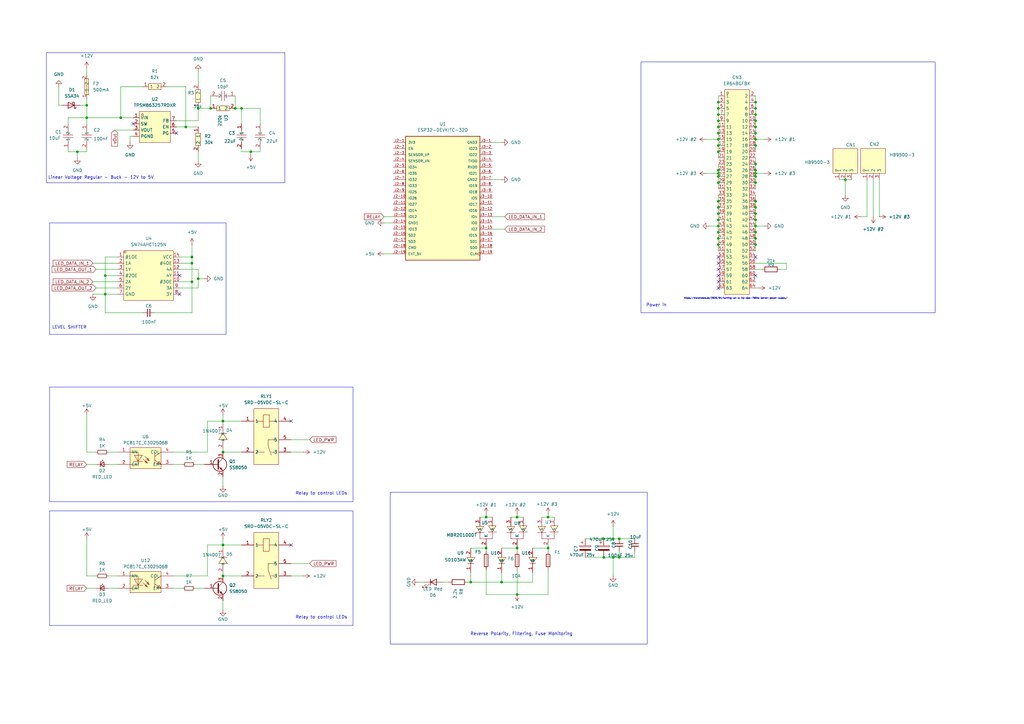
<source format=kicad_sch>
(kicad_sch (version 20231120) (generator "eeschema") (generator_version "8.0")
  (paper "A3")
  (title_block (company "Ryan Di Lorenzo"))
  (junction (at 254 228.6))
  (junction (at 193.04 238.76))
  (junction (at 91.44 172.72))
  (junction (at 294.64 41.91))
  (junction (at 96.52 44.45))
  (junction (at 309.88 97.79))
  (junction (at 309.88 59.69))
  (junction (at 81.28 44.45))
  (junction (at 91.44 185.42))
  (junction (at 294.64 49.53))
  (junction (at 91.44 223.52))
  (junction (at 43.18 113.03))
  (junction (at 309.88 95.25))
  (junction (at 205.74 238.76))
  (junction (at 294.64 100.33))
  (junction (at 294.64 71.12))
  (junction (at 86.36 44.45))
  (junction (at 49.53 48.26))
  (junction (at 76.2 52.07))
  (junction (at 78.74 105.41))
  (junction (at 346.71 73.66))
  (junction (at 43.18 120.65))
  (junction (at 309.88 90.17))
  (junction (at 247.65 220.98))
  (junction (at 309.88 92.71))
  (junction (at 294.64 97.79))
  (junction (at 294.64 59.69))
  (junction (at 251.46 228.6))
  (junction (at 294.64 57.15))
  (junction (at 309.88 87.63))
  (junction (at 199.39 212.09))
  (junction (at 31.75 62.23))
  (junction (at 35.56 43.18))
  (junction (at 294.64 74.93))
  (junction (at 309.88 49.53))
  (junction (at 294.64 72.39))
  (junction (at 212.09 243.84))
  (junction (at 247.65 228.6))
  (junction (at 294.64 69.85))
  (junction (at 78.74 115.57))
  (junction (at 309.88 69.85))
  (junction (at 294.64 52.07))
  (junction (at 294.64 54.61))
  (junction (at 309.88 82.55))
  (junction (at 102.87 62.23))
  (junction (at 309.88 41.91))
  (junction (at 212.09 224.79))
  (junction (at 294.64 85.09))
  (junction (at 251.46 220.98))
  (junction (at 294.64 87.63))
  (junction (at 35.56 48.26))
  (junction (at 81.28 114.3))
  (junction (at 254 220.98))
  (junction (at 294.64 92.71))
  (junction (at 294.64 46.99))
  (junction (at 309.88 72.39))
  (junction (at 99.06 44.45))
  (junction (at 294.64 82.55))
  (junction (at 309.88 67.31))
  (junction (at 91.44 236.22))
  (junction (at 224.79 212.09))
  (junction (at 294.64 62.23))
  (junction (at 78.74 107.95))
  (junction (at 309.88 57.15))
  (junction (at 294.64 95.25))
  (junction (at 294.64 90.17))
  (junction (at 212.09 212.09))
  (junction (at 309.88 44.45))
  (junction (at 309.88 74.93))
  (junction (at 294.64 44.45))
  (junction (at 199.39 224.79))
  (junction (at 309.88 54.61))
  (junction (at 309.88 85.09))
  (junction (at 309.88 46.99))
  (junction (at 309.88 52.07))
  (junction (at 309.88 71.12))
  (junction (at 309.88 100.33))
  (junction (at 224.79 224.79))
  (no_connect (at 73.66 113.03))
  (no_connect (at 309.88 105.41))
  (no_connect (at 294.64 115.57))
  (no_connect (at 294.64 110.49))
  (no_connect (at 119.38 172.72))
  (no_connect (at 119.38 223.52))
  (no_connect (at 294.64 118.11))
  (no_connect (at 294.64 107.95))
  (no_connect (at 73.66 120.65))
  (no_connect (at 54.61 50.8))
  (no_connect (at 294.64 113.03))
  (no_connect (at 72.39 54.61))
  (no_connect (at 294.64 105.41))
  (no_connect (at 309.88 113.03))
  (wire (pts (xy 289.56 71.12) (xy 294.64 71.12)))
  (wire (pts (xy 106.68 62.23) (xy 102.87 62.23)))
  (wire (pts (xy 294.64 62.23) (xy 294.64 64.77)))
  (wire (pts (xy 35.56 170.18) (xy 35.56 185.42)))
  (wire (pts (xy 96.52 44.45) (xy 99.06 44.45)))
  (wire (pts (xy 309.88 59.69) (xy 309.88 62.23)))
  (wire (pts (xy 294.64 67.31) (xy 294.64 69.85)))
  (wire (pts (xy 294.64 90.17) (xy 294.64 92.71)))
  (wire (pts (xy 224.79 212.09) (xy 227.33 212.09)))
  (wire (pts (xy 205.74 73.66) (xy 201.93 73.66)))
  (wire (pts (xy 91.44 223.52) (xy 99.06 223.52)))
  (wire (pts (xy 309.88 100.33) (xy 309.88 102.87)))
  (wire (pts (xy 39.37 110.49) (xy 48.26 110.49)))
  (wire (pts (xy 294.64 71.12) (xy 294.64 72.39)))
  (wire (pts (xy 78.74 107.95) (xy 78.74 105.41)))
  (wire (pts (xy 289.56 57.15) (xy 294.64 57.15)))
  (wire (pts (xy 294.64 92.71) (xy 294.64 95.25)))
  (wire (pts (xy 43.18 105.41) (xy 43.18 113.03)))
  (wire (pts (xy 44.45 236.22) (xy 48.26 236.22)))
  (wire (pts (xy 355.6 88.9) (xy 355.6 73.66)))
  (wire (pts (xy 353.06 88.9) (xy 355.6 88.9)))
  (wire (pts (xy 31.75 62.23) (xy 35.56 62.23)))
  (wire (pts (xy 251.46 215.9) (xy 251.46 220.98)))
  (wire (pts (xy 91.44 246.38) (xy 91.44 250.19)))
  (wire (pts (xy 240.03 228.6) (xy 247.65 228.6)))
  (wire (pts (xy 309.88 97.79) (xy 309.88 100.33)))
  (wire (pts (xy 73.66 110.49) (xy 81.28 110.49)))
  (wire (pts (xy 27.94 60.96) (xy 27.94 62.23)))
  (wire (pts (xy 44.45 190.5) (xy 48.26 190.5)))
  (wire (pts (xy 224.79 226.06) (xy 224.79 224.79)))
  (wire (pts (xy 44.45 241.3) (xy 48.26 241.3)))
  (wire (pts (xy 311.15 118.11) (xy 309.88 118.11)))
  (wire (pts (xy 193.04 238.76) (xy 205.74 238.76)))
  (wire (pts (xy 251.46 220.98) (xy 254 220.98)))
  (wire (pts (xy 91.44 223.52) (xy 91.44 224.79)))
  (wire (pts (xy 78.74 100.33) (xy 78.74 105.41)))
  (wire (pts (xy 254 228.6) (xy 260.35 228.6)))
  (wire (pts (xy 99.06 62.23) (xy 102.87 62.23)))
  (wire (pts (xy 27.94 48.26) (xy 27.94 50.8)))
  (wire (pts (xy 81.28 29.21) (xy 81.28 34.29)))
  (wire (pts (xy 72.39 49.53) (xy 81.28 49.53)))
  (wire (pts (xy 68.58 35.56) (xy 76.2 35.56)))
  (wire (pts (xy 294.64 41.91) (xy 294.64 44.45)))
  (wire (pts (xy 309.88 85.09) (xy 309.88 87.63)))
  (wire (pts (xy 294.64 54.61) (xy 294.64 57.15)))
  (wire (pts (xy 102.87 62.23) (xy 102.87 63.5)))
  (wire (pts (xy 91.44 184.15) (xy 91.44 185.42)))
  (wire (pts (xy 91.44 220.98) (xy 91.44 223.52)))
  (wire (pts (xy 251.46 228.6) (xy 251.46 236.22)))
  (wire (pts (xy 44.45 185.42) (xy 48.26 185.42)))
  (wire (pts (xy 294.64 82.55) (xy 294.64 85.09)))
  (wire (pts (xy 199.39 243.84) (xy 212.09 243.84)))
  (wire (pts (xy 91.44 234.95) (xy 91.44 236.22)))
  (wire (pts (xy 124.46 236.22) (xy 119.38 236.22)))
  (wire (pts (xy 127 180.34) (xy 119.38 180.34)))
  (wire (pts (xy 205.74 224.79) (xy 212.09 224.79)))
  (wire (pts (xy 24.13 43.18) (xy 25.4 43.18)))
  (wire (pts (xy 199.39 226.06) (xy 199.39 224.79)))
  (wire (pts (xy 191.77 238.76) (xy 193.04 238.76)))
  (wire (pts (xy 322.58 110.49) (xy 320.04 110.49)))
  (wire (pts (xy 251.46 228.6) (xy 254 228.6)))
  (wire (pts (xy 346.71 73.66) (xy 349.25 73.66)))
  (wire (pts (xy 72.39 52.07) (xy 76.2 52.07)))
  (wire (pts (xy 309.88 64.77) (xy 309.88 67.31)))
  (wire (pts (xy 294.64 46.99) (xy 294.64 49.53)))
  (wire (pts (xy 99.06 236.22) (xy 91.44 236.22)))
  (wire (pts (xy 46.99 53.34) (xy 54.61 53.34)))
  (wire (pts (xy 71.12 190.5) (xy 74.93 190.5)))
  (wire (pts (xy 99.06 185.42) (xy 91.44 185.42)))
  (wire (pts (xy 294.64 80.01) (xy 294.64 82.55)))
  (wire (pts (xy 294.64 74.93) (xy 294.64 77.47)))
  (wire (pts (xy 294.64 97.79) (xy 294.64 100.33)))
  (wire (pts (xy 309.88 67.31) (xy 309.88 69.85)))
  (wire (pts (xy 171.45 238.76) (xy 173.99 238.76)))
  (wire (pts (xy 212.09 212.09) (xy 209.55 212.09)))
  (wire (pts (xy 294.64 87.63) (xy 294.64 90.17)))
  (wire (pts (xy 309.88 92.71) (xy 309.88 95.25)))
  (wire (pts (xy 294.64 44.45) (xy 294.64 46.99)))
  (wire (pts (xy 199.39 210.82) (xy 199.39 212.09)))
  (wire (pts (xy 53.34 55.88) (xy 53.34 58.42)))
  (wire (pts (xy 205.74 238.76) (xy 218.44 238.76)))
  (wire (pts (xy 247.65 228.6) (xy 251.46 228.6)))
  (wire (pts (xy 81.28 114.3) (xy 81.28 118.11)))
  (wire (pts (xy 181.61 238.76) (xy 184.15 238.76)))
  (wire (pts (xy 309.88 87.63) (xy 309.88 90.17)))
  (wire (pts (xy 78.74 128.27) (xy 63.5 128.27)))
  (wire (pts (xy 309.88 107.95) (xy 322.58 107.95)))
  (wire (pts (xy 85.09 172.72) (xy 91.44 172.72)))
  (wire (pts (xy 309.88 71.12) (xy 309.88 72.39)))
  (wire (pts (xy 309.88 49.53) (xy 309.88 52.07)))
  (wire (pts (xy 35.56 185.42) (xy 39.37 185.42)))
  (wire (pts (xy 224.79 210.82) (xy 224.79 212.09)))
  (wire (pts (xy 85.09 223.52) (xy 91.44 223.52)))
  (wire (pts (xy 199.39 212.09) (xy 201.93 212.09)))
  (wire (pts (xy 71.12 241.3) (xy 74.93 241.3)))
  (wire (pts (xy 309.88 54.61) (xy 309.88 57.15)))
  (wire (pts (xy 309.88 69.85) (xy 309.88 71.12)))
  (wire (pts (xy 124.46 185.42) (xy 119.38 185.42)))
  (wire (pts (xy 294.64 100.33) (xy 294.64 102.87)))
  (wire (pts (xy 91.44 172.72) (xy 91.44 173.99)))
  (wire (pts (xy 35.56 48.26) (xy 35.56 50.8)))
  (wire (pts (xy 85.09 236.22) (xy 85.09 223.52)))
  (wire (pts (xy 33.02 43.18) (xy 35.56 43.18)))
  (wire (pts (xy 106.68 60.96) (xy 106.68 62.23)))
  (wire (pts (xy 35.56 27.94) (xy 35.56 30.48)))
  (wire (pts (xy 91.44 172.72) (xy 99.06 172.72)))
  (wire (pts (xy 207.01 88.9) (xy 201.93 88.9)))
  (wire (pts (xy 38.1 115.57) (xy 48.26 115.57)))
  (wire (pts (xy 27.94 62.23) (xy 31.75 62.23)))
  (wire (pts (xy 205.74 58.42) (xy 201.93 58.42)))
  (wire (pts (xy 309.88 92.71) (xy 313.69 92.71)))
  (wire (pts (xy 73.66 118.11) (xy 81.28 118.11)))
  (wire (pts (xy 78.74 107.95) (xy 78.74 115.57)))
  (wire (pts (xy 309.88 82.55) (xy 309.88 85.09)))
  (wire (pts (xy 205.74 234.95) (xy 205.74 238.76)))
  (wire (pts (xy 224.79 233.68) (xy 224.79 243.84)))
  (wire (pts (xy 81.28 110.49) (xy 81.28 114.3)))
  (wire (pts (xy 31.75 64.77) (xy 31.75 62.23)))
  (wire (pts (xy 218.44 234.95) (xy 218.44 238.76)))
  (wire (pts (xy 218.44 224.79) (xy 224.79 224.79)))
  (wire (pts (xy 48.26 113.03) (xy 43.18 113.03)))
  (wire (pts (xy 260.35 226.06) (xy 260.35 228.6)))
  (wire (pts (xy 81.28 44.45) (xy 81.28 49.53)))
  (wire (pts (xy 35.56 48.26) (xy 49.53 48.26)))
  (wire (pts (xy 85.09 185.42) (xy 85.09 172.72)))
  (wire (pts (xy 313.69 57.15) (xy 309.88 57.15)))
  (wire (pts (xy 76.2 52.07) (xy 81.28 52.07)))
  (wire (pts (xy 212.09 226.06) (xy 212.09 224.79)))
  (wire (pts (xy 254 226.06) (xy 254 228.6)))
  (wire (pts (xy 73.66 107.95) (xy 78.74 107.95)))
  (wire (pts (xy 294.64 52.07) (xy 294.64 54.61)))
  (wire (pts (xy 309.88 95.25) (xy 309.88 97.79)))
  (wire (pts (xy 224.79 243.84) (xy 212.09 243.84)))
  (wire (pts (xy 73.66 115.57) (xy 78.74 115.57)))
  (wire (pts (xy 35.56 60.96) (xy 35.56 62.23)))
  (wire (pts (xy 86.36 39.37) (xy 86.36 44.45)))
  (wire (pts (xy 81.28 44.45) (xy 86.36 44.45)))
  (wire (pts (xy 43.18 120.65) (xy 48.26 120.65)))
  (wire (pts (xy 38.1 107.95) (xy 48.26 107.95)))
  (wire (pts (xy 196.85 212.09) (xy 199.39 212.09)))
  (wire (pts (xy 294.64 95.25) (xy 294.64 97.79)))
  (wire (pts (xy 294.64 72.39) (xy 294.64 74.93)))
  (wire (pts (xy 91.44 195.58) (xy 91.44 199.39)))
  (wire (pts (xy 106.68 44.45) (xy 99.06 44.45)))
  (wire (pts (xy 309.88 44.45) (xy 309.88 46.99)))
  (wire (pts (xy 360.68 73.66) (xy 360.68 88.9)))
  (wire (pts (xy 39.37 118.11) (xy 48.26 118.11)))
  (wire (pts (xy 24.13 35.56) (xy 24.13 43.18)))
  (wire (pts (xy 322.58 107.95) (xy 322.58 110.49)))
  (wire (pts (xy 35.56 40.64) (xy 35.56 43.18)))
  (wire (pts (xy 91.44 170.18) (xy 91.44 172.72)))
  (wire (pts (xy 49.53 35.56) (xy 58.42 35.56)))
  (wire (pts (xy 294.64 85.09) (xy 294.64 87.63)))
  (wire (pts (xy 309.88 72.39) (xy 309.88 74.93)))
  (wire (pts (xy 35.56 236.22) (xy 39.37 236.22)))
  (wire (pts (xy 54.61 48.26) (xy 49.53 48.26)))
  (wire (pts (xy 294.64 59.69) (xy 294.64 62.23)))
  (wire (pts (xy 157.48 88.9) (xy 161.29 88.9)))
  (wire (pts (xy 240.03 220.98) (xy 247.65 220.98)))
  (wire (pts (xy 49.53 35.56) (xy 49.53 48.26)))
  (wire (pts (xy 78.74 115.57) (xy 78.74 128.27)))
  (wire (pts (xy 58.42 128.27) (xy 43.18 128.27)))
  (wire (pts (xy 27.94 48.26) (xy 35.56 48.26)))
  (wire (pts (xy 73.66 105.41) (xy 78.74 105.41)))
  (wire (pts (xy 127 231.14) (xy 119.38 231.14)))
  (wire (pts (xy 309.88 46.99) (xy 309.88 49.53)))
  (wire (pts (xy 38.1 120.65) (xy 43.18 120.65)))
  (wire (pts (xy 247.65 220.98) (xy 251.46 220.98)))
  (wire (pts (xy 309.88 39.37) (xy 309.88 41.91)))
  (wire (pts (xy 212.09 233.68) (xy 212.09 243.84)))
  (wire (pts (xy 193.04 234.95) (xy 193.04 238.76)))
  (wire (pts (xy 309.88 41.91) (xy 309.88 44.45)))
  (wire (pts (xy 193.04 224.79) (xy 199.39 224.79)))
  (wire (pts (xy 35.56 190.5) (xy 39.37 190.5)))
  (wire (pts (xy 358.14 73.66) (xy 358.14 88.9)))
  (wire (pts (xy 76.2 35.56) (xy 76.2 52.07)))
  (wire (pts (xy 309.88 90.17) (xy 309.88 92.71)))
  (wire (pts (xy 309.88 74.93) (xy 309.88 77.47)))
  (wire (pts (xy 294.64 49.53) (xy 294.64 52.07)))
  (wire (pts (xy 71.12 236.22) (xy 85.09 236.22)))
  (wire (pts (xy 294.64 69.85) (xy 294.64 71.12)))
  (wire (pts (xy 212.09 210.82) (xy 212.09 212.09)))
  (wire (pts (xy 83.82 114.3) (xy 81.28 114.3)))
  (wire (pts (xy 290.83 92.71) (xy 294.64 92.71)))
  (wire (pts (xy 99.06 62.23) (xy 99.06 60.96)))
  (wire (pts (xy 294.64 57.15) (xy 294.64 59.69)))
  (wire (pts (xy 344.17 73.66) (xy 346.71 73.66)))
  (wire (pts (xy 71.12 185.42) (xy 85.09 185.42)))
  (wire (pts (xy 48.26 105.41) (xy 43.18 105.41)))
  (wire (pts (xy 43.18 128.27) (xy 43.18 120.65)))
  (wire (pts (xy 96.52 39.37) (xy 96.52 44.45)))
  (wire (pts (xy 199.39 233.68) (xy 199.39 243.84)))
  (wire (pts (xy 35.56 220.98) (xy 35.56 236.22)))
  (wire (pts (xy 80.01 241.3) (xy 83.82 241.3)))
  (wire (pts (xy 81.28 62.23) (xy 81.28 66.04)))
  (wire (pts (xy 54.61 55.88) (xy 53.34 55.88)))
  (wire (pts (xy 309.88 52.07) (xy 309.88 54.61)))
  (wire (pts (xy 346.71 73.66) (xy 346.71 80.01)))
  (wire (pts (xy 222.25 212.09) (xy 224.79 212.09)))
  (wire (pts (xy 80.01 190.5) (xy 83.82 190.5)))
  (wire (pts (xy 43.18 113.03) (xy 43.18 120.65)))
  (wire (pts (xy 157.48 104.14) (xy 161.29 104.14)))
  (wire (pts (xy 309.88 71.12) (xy 313.69 71.12)))
  (wire (pts (xy 254 220.98) (xy 260.35 220.98)))
  (wire (pts (xy 35.56 43.18) (xy 35.56 48.26)))
  (wire (pts (xy 309.88 80.01) (xy 309.88 82.55)))
  (wire (pts (xy 106.68 50.8) (xy 106.68 44.45)))
  (wire (pts (xy 212.09 212.09) (xy 214.63 212.09)))
  (wire (pts (xy 294.64 39.37) (xy 294.64 41.91)))
  (wire (pts (xy 309.88 57.15) (xy 309.88 59.69)))
  (wire (pts (xy 99.06 44.45) (xy 99.06 50.8)))
  (wire (pts (xy 35.56 241.3) (xy 39.37 241.3)))
  (wire (pts (xy 157.48 91.44) (xy 161.29 91.44)))
  (wire (pts (xy 201.93 93.98) (xy 207.01 93.98)))
  (wire (pts (xy 312.42 110.49) (xy 309.88 110.49)))
  (rectangle (start 20.32 91.44) (end 92.71 137.16))
  (rectangle (start 20.32 209.55) (end 144.78 256.54))
  (rectangle (start 19.05 21.59) (end 116.84 74.93))
  (rectangle (start 20.32 158.75) (end 144.78 205.74))
  (rectangle (start 262.89 25.4) (end 383.54 128.27))
  (rectangle (start 160.02 201.93) (end 265.43 264.16))
  (text "Relay to control LEDs" (at 131.826 202.438 0) (effects (font (size 1.27 1.27))))
  (text "https://makenotes.de/2020/04/turning-on-a-hp-dps-750rb-server-power-supply/" (at 301.752 122.428 0) (effects (font (size 0.635 0.635))))
  (text "LEVEL SHIFTER\n" (at 28.448 134.366 0) (effects (font (size 1.27 1.27))))
  (text "Linear Voltage Regular - Buck - 12V to 5V" (at 41.402 72.898 0) (effects (font (size 1.27 1.27))))
  (text "Power in" (at 269.24 125.222 0) (effects (font (size 1.27 1.27))))
  (text "Relay to control LEDs" (at 131.826 253.238 0) (effects (font (size 1.27 1.27))))
  (text "Reverse Polarity, Filtering, Fuse Monitoring\n" (at 213.868 260.096 0) (effects (font (size 1.27 1.27))))
  (global_label "RELAY" (shape input) (at 35.56 241.3 180) (property "Intersheetrefs" "${INTERSHEET_REFS}" (effects (hide yes))))
  (global_label "LED_DATA_OUT_2" (shape input) (at 39.37 118.11 180) (property "Intersheetrefs" "${INTERSHEET_REFS}" (effects (hide yes))))
  (global_label "LED_PWR" (shape input) (at 127 180.34 0) (property "Intersheetrefs" "${INTERSHEET_REFS}" (effects (hide yes))))
  (global_label "LED_DATA_IN_2" (shape input) (at 38.1 115.57 180) (property "Intersheetrefs" "${INTERSHEET_REFS}" (effects (hide yes))))
  (global_label "LED_DATA_IN_2" (shape input) (at 207.01 93.98 0) (property "Intersheetrefs" "${INTERSHEET_REFS}" (effects (hide yes))))
  (global_label "vOut" (shape input) (at 46.99 53.34 270) (property "Intersheetrefs" "${INTERSHEET_REFS}" (effects (hide yes))))
  (global_label "RELAY" (shape input) (at 35.56 190.5 180) (property "Intersheetrefs" "${INTERSHEET_REFS}" (effects (hide yes))))
  (global_label "RELAY" (shape input) (at 157.48 88.9 180) (property "Intersheetrefs" "${INTERSHEET_REFS}" (effects (hide yes))))
  (global_label "LED_PWR" (shape input) (at 127 231.14 0) (property "Intersheetrefs" "${INTERSHEET_REFS}" (effects (hide yes))))
  (global_label "LED_DATA_OUT_1" (shape input) (at 39.37 110.49 180) (property "Intersheetrefs" "${INTERSHEET_REFS}" (effects (hide yes))))
  (global_label "LED_DATA_IN_1" (shape input) (at 38.1 107.95 180) (property "Intersheetrefs" "${INTERSHEET_REFS}" (effects (hide yes))))
  (global_label "LED_DATA_IN_1" (shape input) (at 207.01 88.9 0) (property "Intersheetrefs" "${INTERSHEET_REFS}" (effects (hide yes))))
  (symbol (lib_id "power:+12V") (at 311.15 118.11 270) (unit 1)
    (property "Reference" "#PWR026" (effects (hide yes)))
    (property "Value" "+12V" (at 314.96 118.1099 90) (effects (justify left)))
    (property "Description" "Power symbol creates a global label with name \"+12V\"" (effects (hide yes)))
  )
  (symbol (lib_id "easyeda2kicad:WR04X3002FTL") (at 81.28 57.15 270) (unit 1)
    (property "Reference" "R2" (at 83.82 55.8799 90) (effects (justify left)))
    (property "Value" "30k" (at 83.82 58.4199 90) (effects (justify left)))
    (property "Footprint" "easyeda2kicad:R0402" (effects (hide yes)))
    (property "Datasheet" "https://lcsc.com/product-detail/Chip-Resistor-Surface-Mount_30KR-3002-1_C163823.html" (effects (hide yes)))
    (property "LCSC Part" "C163823" (effects (hide yes)))
  )
  (symbol (lib_id "power:+12V") (at 212.09 210.82 0) (unit 1)
    (property "Reference" "#PWR032" (effects (hide yes)))
    (property "Value" "+12V #2" (at 211.328 207.01 0))
    (property "Description" "Power symbol creates a global label with name \"+12V\"" (effects (hide yes)))
  )
  (symbol (lib_id "easyeda2kicad:FRC0402J623TS") (at 63.5 35.56 0) (unit 1)
    (property "Reference" "R1" (at 63.5 29.21 0))
    (property "Value" "62k" (at 63.5 31.75 0))
    (property "Footprint" "easyeda2kicad:R0402" (effects (hide yes)))
    (property "LCSC Part" "C2929930" (effects (hide yes)))
  )
  (symbol (lib_id "Device:LED") (at 177.8 238.76 0) (unit 1)
    (property "Reference" "D6" (at 177.546 244.094 0))
    (property "Value" "LED Red" (at 177.546 241.554 0))
    (property "Footprint" "Custom_footprint:LED_D3.0mm_Horizontal_O6.35mm_Z10.0mm" (effects (hide yes)))
    (property "Description" "Light emitting diode" (effects (hide yes)))
  )
  (symbol (lib_id "Device:C_Polarized") (at 240.03 224.79 0) (unit 1)
    (property "Reference" "C7" (at 236.22 225.044 90))
    (property "Value" "470uF 25v" (at 238.76 227.584 0))
    (property "Footprint" "Capacitor_THT:CP_Radial_D8.0mm_P3.50mm" (effects (hide yes)))
    (property "Description" "Polarized capacitor" (effects (hide yes)))
    (property "LCSC Part" "C2960234" (effects (hide yes)))
  )
  (symbol (lib_id "easyeda2kicad:HB9500-3") (at 346.71 67.31 90) (unit 1)
    (property "Reference" "CN1" (at 346.964 59.436 90) (effects (justify right)))
    (property "Value" "HB9500-3" (at 329.946 66.548 90) (effects (justify right)))
    (property "Footprint" "easyeda2kicad:CONN-TH_3P-P9.50_HB9500-9.5-3P" (effects (hide yes)))
    (property "Datasheet" "https://lcsc.com/product-detail/Terminal-Blocks_Terminals-pitch9-5MM-3P_C162697.html" (effects (hide yes)))
    (property "LCSC Part" "C162697" (effects (hide yes)))
  )
  (symbol (lib_id "Device:Fuse") (at 212.09 229.87 0) (unit 1)
    (property "Reference" "F6" (at 208.28 229.108 0) (effects (justify left)))
    (property "Value" "10A" (at 209.804 236.22 0) (effects (justify left)))
    (property "Footprint" "Custom_footprint:Ebay-Fuse-holder-04mmX15mm-black-auto-fuse-dingus" (effects (hide yes)))
    (property "Description" "Fuse https://www.aliexpress.com/item/33046363182.html?aff_fcid=27f0e0a0b700496bbda647752beed212-1654215773694-03622-_9iUXVp&tt=CPS_NORMAL&aff_fsk=_9iUXVp&afSmartRedirect=y&aff_fcid=e5dba592f4134194b19f09bf35b90000-1724109345417-07103-_9IbWU1&tt=CPS_NORMAL&aff_fsk=_9IbWU1&aff_platform=portals-tool&aff_trace_key=e5dba592f4134194b19f09bf35b90000-1724109345417-07103-_9IbWU1&afSmartRedirect=y" (effects (hide yes)))
  )
  (symbol (lib_id "easyeda2kicad:SMD1206B050TF_15") (at 35.56 35.56 90) (unit 1)
    (property "Reference" "F2" (at 38.1 34.2899 90) (effects (justify right)))
    (property "Value" "500mA" (at 38.1 36.8299 90) (effects (justify right)))
    (property "Footprint" "easyeda2kicad:F1206" (effects (hide yes)))
    (property "Datasheet" "https://lcsc.com/product-detail/Surface-Mount-Fuses_0-5A-15V_C170165.html" (effects (hide yes)))
    (property "LCSC Part" "C170165" (effects (hide yes)))
  )
  (symbol (lib_id "Device:C_Small") (at 260.35 223.52 0) (unit 1)
    (property "Reference" "C10" (at 258.572 225.298 90) (effects (justify left)))
    (property "Value" "10uF" (at 258.318 220.218 0) (effects (justify left)))
    (property "Footprint" "Capacitor_SMD:C_0603_1608Metric" (effects (hide yes)))
    (property "Description" "Unpolarized capacitor, small symbol" (effects (hide yes)))
    (property "LCSC Part" "C466782" (effects (hide yes)))
  )
  (symbol (lib_id "power:GND") (at 157.48 91.44 270) (unit 1)
    (property "Reference" "#PWR09" (effects (hide yes)))
    (property "Value" "GND" (at 153.67 91.4399 90) (effects (justify right)))
    (property "Description" "Power symbol creates a global label with name \"GND\" , ground" (effects (hide yes)))
  )
  (symbol (lib_id "power:+5V") (at 35.56 170.18 0) (unit 1)
    (property "Reference" "#PWR017" (effects (hide yes)))
    (property "Value" "+5V" (at 35.56 166.37 0))
  )
  (symbol (lib_id "power:+12V") (at 313.69 57.15 270) (unit 1)
    (property "Reference" "#PWR029" (effects (hide yes)))
    (property "Value" "+12V #1" (at 317.5 57.1499 90) (effects (justify left)))
    (property "Description" "Power symbol creates a global label with name \"+12V\"" (effects (hide yes)))
  )
  (symbol (lib_id "easyeda2kicad:SD103AW_C5345965") (at 205.74 229.87 90) (unit 1)
    (property "Reference" "U10" (at 201.168 226.822 90) (effects (justify right)))
    (property "Value" "SD103AW" (effects (hide yes)))
    (property "Footprint" "easyeda2kicad:SOD-123_L2.8-W1.8-LS3.7-RD" (effects (hide yes)))
    (property "LCSC Part" "C5345965" (effects (hide yes)))
  )
  (symbol (lib_id "power:+12V") (at 251.46 215.9 0) (unit 1)
    (property "Reference" "#PWR021" (effects (hide yes)))
    (property "Value" "+12V" (at 251.46 210.82 0))
    (property "Description" "Power symbol creates a global label with name \"+12V\"" (effects (hide yes)))
  )
  (symbol (lib_id "easyeda2kicad:1N4007_C727081") (at 91.44 179.07 270) (unit 1)
    (property "Reference" "D4" (at 92.71 176.53 90) (effects (justify left)))
    (property "Value" "1N4007" (at 83.058 176.784 90) (effects (justify left)))
    (property "Footprint" "easyeda2kicad:SMA_L4.3-W2.5-LS5.0-RD" (effects (hide yes)))
    (property "Datasheet" "https://lcsc.com/product-detail/Diodes-General-Purpose_TWGMC-1N4007_C727081.html" (effects (hide yes)))
    (property "LCSC Part" "C727081" (effects (hide yes)))
  )
  (symbol (lib_id "Device:R") (at 187.96 238.76 270) (unit 1)
    (property "Reference" "R8" (at 189.2301 241.3 0) (effects (justify left)))
    (property "Value" "2.2k" (at 186.6901 241.3 0) (effects (justify left)))
    (property "Footprint" "Resistor_SMD:R_0603_1608Metric" (effects (hide yes)))
    (property "Description" "Resistor" (effects (hide yes)))
    (property "LCSC Part" "C328351" (effects (hide yes)))
  )
  (symbol (lib_id "power:+12V") (at 224.79 210.82 0) (unit 1)
    (property "Reference" "#PWR034" (effects (hide yes)))
    (property "Value" "+12V #3" (at 224.282 206.756 0))
    (property "Description" "Power symbol creates a global label with name \"+12V\"" (effects (hide yes)))
  )
  (symbol (lib_id "easyeda2kicad:CL10A226MQ8NRNE") (at 106.68 55.88 90) (unit 1)
    (property "Reference" "C4" (at 110.236 54.61 90) (effects (justify right)))
    (property "Value" "22uF" (at 109.22 57.912 90) (effects (justify right)))
    (property "Footprint" "easyeda2kicad:C0603" (effects (hide yes)))
    (property "Datasheet" "https://lcsc.com/product-detail/Multilayer-Ceramic-Capacitors-MLCC-SMD-SMT_SAMSUNG_CL10A226MQ8NRNE_22uF-226-20-6-3V_C159801.html" (effects (hide yes)))
    (property "LCSC Part" "C159801" (effects (hide yes)))
  )
  (symbol (lib_id "easyeda2kicad:PC817C_C3025068") (at 60.96 238.76 0) (unit 1)
    (property "Reference" "U12" (at 59.69 229.87 0))
    (property "Value" "PC817C_C3025068" (at 59.69 232.41 0))
    (property "Footprint" "easyeda2kicad:DIP-4_L4.6-W6.5-P2.54-LS7.6-BL" (effects (hide yes)))
    (property "LCSC Part" "C3025068" (effects (hide yes)))
  )
  (symbol (lib_id "power:+12V") (at 212.09 243.84 180) (unit 1)
    (property "Reference" "#PWR036" (effects (hide yes)))
    (property "Value" "+12V" (at 212.09 248.92 0))
    (property "Description" "Power symbol creates a global label with name \"+12V\"" (effects (hide yes)))
  )
  (symbol (lib_id "Device:C_Small") (at 60.96 128.27 90) (unit 1)
    (property "Reference" "C6" (at 60.96 125.476 90))
    (property "Value" "100nF" (at 61.214 132.08 90))
    (property "Footprint" "Capacitor_SMD:C_0402_1005Metric" (effects (hide yes)))
    (property "Description" "Unpolarized capacitor, small symbol" (effects (hide yes)))
  )
  (symbol (lib_id "power:+12V") (at 358.14 88.9 180) (unit 1)
    (property "Reference" "#PWR027" (effects (hide yes)))
    (property "Value" "+12V #2" (at 358.14 93.98 0))
    (property "Description" "Power symbol creates a global label with name \"+12V\"" (effects (hide yes)))
  )
  (symbol (lib_id "easyeda2kicad:CL10A106MQ8NNNC") (at 27.94 55.88 90) (unit 1)
    (property "Reference" "C1" (at 22.606 54.102 90) (effects (justify right)))
    (property "Value" "10uF" (at 20.066 56.642 90) (effects (justify right)))
    (property "Footprint" "easyeda2kicad:C0603" (effects (hide yes)))
    (property "Datasheet" "https://lcsc.com/product-detail/Multilayer-Ceramic-Capacitors-MLCC-SMD-SMT_SAMSUNG_CL10A106MQ8NNNC_10uF-106-20-6-3V_C1691.html" (effects (hide yes)))
    (property "LCSC Part" "C1691" (effects (hide yes)))
  )
  (symbol (lib_id "power:GND") (at 53.34 58.42 0) (unit 1)
    (property "Reference" "#PWR06" (effects (hide yes)))
    (property "Value" "GND" (at 53.34 63.5 0))
    (property "Description" "Power symbol creates a global label with name \"GND\" , ground" (effects (hide yes)))
  )
  (symbol (lib_id "Device:C_Small") (at 254 223.52 0) (unit 1)
    (property "Reference" "C8" (at 251.714 223.52 90))
    (property "Value" "100nF 25v" (at 254.508 227.838 0))
    (property "Footprint" "Capacitor_SMD:C_0402_1005Metric" (effects (hide yes)))
    (property "Description" "Unpolarized capacitor, small symbol" (effects (hide yes)))
    (property "LCSC Part" "C880603" (effects (hide yes)))
  )
  (symbol (lib_id "easyeda2kicad:SD103AW_C5345965") (at 193.04 229.87 90) (unit 1)
    (property "Reference" "U9" (at 187.452 226.822 90) (effects (justify right)))
    (property "Value" "SD103AW" (at 182.372 229.616 90) (effects (justify right)))
    (property "Footprint" "easyeda2kicad:SOD-123_L2.8-W1.8-LS3.7-RD" (effects (hide yes)))
    (property "LCSC Part" "C5345965" (effects (hide yes)))
  )
  (symbol (lib_id "Device:Q_NPN_BEC") (at 88.9 241.3 0) (unit 1)
    (property "Reference" "Q2" (at 93.98 240.03 0) (effects (justify left)))
    (property "Value" "SS8050" (at 93.98 242.57 0) (effects (justify left)))
    (property "Footprint" "Package_TO_SOT_SMD:SOT-23" (effects (hide yes)))
    (property "LCSC" "C431710" (effects (hide yes)))
  )
  (symbol (lib_id "easyeda2kicad:HPCR0402F220KK9") (at 91.44 44.45 0) (unit 1)
    (property "Reference" "U3" (at 92.7101 46.99 90) (effects (justify right)))
    (property "Value" "220k" (at 90.1701 46.99 90) (effects (justify right)))
    (property "Footprint" "easyeda2kicad:R0402" (effects (hide yes)))
    (property "Datasheet" "https://lcsc.com/product-detail/High-power-surface-mount-resistance_ResistorToday-HPCR0402F220KK9_C364970.html" (effects (hide yes)))
    (property "LCSC Part" "C364970" (effects (hide yes)))
  )
  (symbol (lib_id "easyeda2kicad:SRD-05VDC-SL-C") (at 109.22 229.87 180) (unit 1)
    (property "Reference" "RLY2" (at 109.22 213.36 0))
    (property "Value" "SRD-05VDC-SL-C" (at 109.22 215.9 0))
    (property "Footprint" "easyeda2kicad:RELAY-TH_SRD-XXVDC-XL-C" (effects (hide yes)))
    (property "Datasheet" "https://lcsc.com/product-detail/Relays_SRD-05VDC-SL-C_C35449.html" (effects (hide yes)))
    (property "LCSC Part" "C35449" (effects (hide yes)))
  )
  (symbol (lib_id "Device:D_Schottky") (at 29.21 43.18 180) (unit 1)
    (property "Reference" "D1" (at 29.5275 36.83 0))
    (property "Value" "SSA34" (at 29.5275 39.37 0))
    (property "Footprint" "Diode_SMD:D_SMA" (effects (hide yes)))
    (property "Description" "Schottky diode" (effects (hide yes)))
    (property "LCSC Part" "C5563753" (effects (hide yes)))
  )
  (symbol (lib_id "easyeda2kicad:SRD-05VDC-SL-C") (at 109.22 179.07 180) (unit 1)
    (property "Reference" "RLY1" (at 109.22 162.56 0))
    (property "Value" "SRD-05VDC-SL-C" (at 109.22 165.1 0))
    (property "Footprint" "easyeda2kicad:RELAY-TH_SRD-XXVDC-XL-C" (effects (hide yes)))
    (property "Datasheet" "https://lcsc.com/product-detail/Relays_SRD-05VDC-SL-C_C35449.html" (effects (hide yes)))
    (property "LCSC Part" "C35449" (effects (hide yes)))
  )
  (symbol (lib_id "power:GND") (at 346.71 80.01 0) (unit 1)
    (property "Reference" "#PWR012" (effects (hide yes)))
    (property "Value" "GND" (at 346.71 85.09 0))
    (property "Description" "Power symbol creates a global label with name \"GND\" , ground" (effects (hide yes)))
  )
  (symbol (lib_id "easyeda2kicad:SN74AHCT125N") (at 60.96 113.03 0) (unit 1)
    (property "Reference" "U4" (at 60.96 97.79 0))
    (property "Value" "SN74AHCT125N" (at 60.96 100.33 0))
    (property "Footprint" "easyeda2kicad:PDIP-14_L19.3-W6.4-P2.54-LS7.6-BL" (effects (hide yes)))
    (property "Datasheet" "https://lcsc.com/product-detail/Others_Texas-Instruments-TI-SN74AHCT125N_C354152.html" (effects (hide yes)))
    (property "LCSC Part" "C354152" (effects (hide yes)))
  )
  (symbol (lib_id "easyeda2kicad:TCC0402COG100K500AT") (at 91.44 39.37 180) (unit 1)
    (property "Reference" "C5" (at 91.44 33.02 0))
    (property "Value" "10pF" (at 91.44 35.56 0))
    (property "Footprint" "easyeda2kicad:C0402" (effects (hide yes)))
    (property "Datasheet" "https://lcsc.com/product-detail/Multilayer-Ceramic-Capacitors-MLCC-SMD-SMT_CCTC-TCC0402COG100K500AT_C713505.html" (effects (hide yes)))
    (property "LCSC Part" "C713505" (effects (hide yes)))
  )
  (symbol (lib_id "power:+5V") (at 102.87 63.5 180) (unit 1)
    (property "Reference" "#PWR07" (effects (hide yes)))
    (property "Value" "+5V" (at 102.87 68.58 0))
    (property "Description" "Power symbol creates a global label with name \"+5V\"" (effects (hide yes)))
  )
  (symbol (lib_id "Device:R_Small") (at 41.91 236.22 270) (unit 1)
    (property "Reference" "R6" (at 41.91 231.14 90))
    (property "Value" "1K" (at 41.91 233.68 90))
    (property "Footprint" "Resistor_SMD:R_0402_1005Metric" (effects (hide yes)))
    (property "LCSC Part" "C11702" (effects (hide yes)))
  )
  (symbol (lib_id "power:GND") (at 91.44 199.39 0) (unit 1)
    (property "Reference" "#PWR019" (effects (hide yes)))
    (property "Value" "GND" (at 91.44 203.2 0))
  )
  (symbol (lib_id "Device:LED_Small") (at 41.91 241.3 0) (unit 1)
    (property "Reference" "D3" (at 41.91 243.84 0))
    (property "Value" "RED_LED" (at 41.91 246.38 0))
    (property "Footprint" "LED_SMD:LED_0805_2012Metric_Pad1.15x1.40mm_HandSolder" (effects (hide yes)))
  )
  (symbol (lib_id "easyeda2kicad:ER64BGFBK") (at 302.26 78.74 0) (unit 1)
    (property "Reference" "CN3" (at 302.26 31.75 0))
    (property "Value" "ER64BGFBK" (at 302.26 34.29 0))
    (property "Footprint" "easyeda2kicad:CONN-TH_64P-P2.54_ER64BGFBK" (effects (hide yes)))
    (property "LCSC Part" "C5173350" (effects (hide yes)))
  )
  (symbol (lib_id "easyeda2kicad:CGA0402X7R104K160GT") (at 35.56 55.88 270) (unit 1)
    (property "Reference" "C2" (at 38.354 53.34 90) (effects (justify left)))
    (property "Value" "100nF" (at 38.354 56.896 90) (effects (justify left)))
    (property "Footprint" "easyeda2kicad:C0402" (effects (hide yes)))
    (property "LCSC Part" "C6119799" (effects (hide yes)))
  )
  (symbol (lib_id "power:+12V") (at 360.68 88.9 270) (unit 1)
    (property "Reference" "#PWR028" (effects (hide yes)))
    (property "Value" "+12V #3" (at 364.49 88.8999 90) (effects (justify left)))
    (property "Description" "Power symbol creates a global label with name \"+12V\"" (effects (hide yes)))
  )
  (symbol (lib_id "easyeda2kicad:SD103AW_C5345965") (at 218.44 229.87 90) (unit 1)
    (property "Reference" "U11" (at 213.868 226.822 90) (effects (justify right)))
    (property "Value" "SD103AW" (effects (hide yes)))
    (property "Footprint" "easyeda2kicad:SOD-123_L2.8-W1.8-LS3.7-RD" (effects (hide yes)))
    (property "LCSC Part" "C5345965" (effects (hide yes)))
  )
  (symbol (lib_id "power:GND") (at 205.74 73.66 90) (unit 1)
    (property "Reference" "#PWR011" (effects (hide yes)))
    (property "Value" "GND" (at 209.55 73.6599 90) (effects (justify right)))
    (property "Description" "Power symbol creates a global label with name \"GND\" , ground" (effects (hide yes)))
  )
  (symbol (lib_id "power:GND") (at 31.75 64.77 0) (unit 1)
    (property "Reference" "#PWR05" (effects (hide yes)))
    (property "Value" "GND" (at 31.75 69.85 0))
    (property "Description" "Power symbol creates a global label with name \"GND\" , ground" (effects (hide yes)))
  )
  (symbol (lib_id "Device:R_Small") (at 77.47 190.5 270) (unit 1)
    (property "Reference" "R5" (at 77.47 185.42 90))
    (property "Value" "1K" (at 77.47 187.96 90))
    (property "Footprint" "Resistor_SMD:R_0402_1005Metric" (effects (hide yes)))
    (property "LCSC Part" "C11702" (effects (hide yes)))
  )
  (symbol (lib_id "easyeda2kicad:1N4007_C727081") (at 91.44 229.87 270) (unit 1)
    (property "Reference" "D5" (at 92.71 227.33 90) (effects (justify left)))
    (property "Value" "1N4007" (at 83.058 227.584 90) (effects (justify left)))
    (property "Footprint" "easyeda2kicad:SMA_L4.3-W2.5-LS5.0-RD" (effects (hide yes)))
    (property "Datasheet" "https://lcsc.com/product-detail/Diodes-General-Purpose_TWGMC-1N4007_C727081.html" (effects (hide yes)))
    (property "LCSC Part" "C727081" (effects (hide yes)))
  )
  (symbol (lib_id "power:+12V") (at 289.56 57.15 90) (unit 1)
    (property "Reference" "#PWR022" (effects (hide yes)))
    (property "Value" "+12V #2" (at 285.75 57.1499 90) (effects (justify left)))
    (property "Description" "Power symbol creates a global label with name \"+12V\"" (effects (hide yes)))
  )
  (symbol (lib_id "easyeda2kicad:CL10A226MQ8NRNE") (at 99.06 55.88 90) (unit 1)
    (property "Reference" "C3" (at 93.726 54.61 90) (effects (justify right)))
    (property "Value" "22uF" (at 91.948 57.912 90) (effects (justify right)))
    (property "Footprint" "easyeda2kicad:C0603" (effects (hide yes)))
    (property "Datasheet" "https://lcsc.com/product-detail/Multilayer-Ceramic-Capacitors-MLCC-SMD-SMT_SAMSUNG_CL10A226MQ8NRNE_22uF-226-20-6-3V_C159801.html" (effects (hide yes)))
    (property "LCSC Part" "C159801" (effects (hide yes)))
  )
  (symbol (lib_id "power:GND") (at 81.28 66.04 0) (unit 1)
    (property "Reference" "#PWR04" (effects (hide yes)))
    (property "Value" "GND" (at 81.28 71.12 0))
    (property "Description" "Power symbol creates a global label with name \"GND\" , ground" (effects (hide yes)))
  )
  (symbol (lib_id "Device:R_Small") (at 77.47 241.3 270) (unit 1)
    (property "Reference" "R7" (at 77.47 236.22 90))
    (property "Value" "1K" (at 77.47 238.76 90))
    (property "Footprint" "Resistor_SMD:R_0402_1005Metric" (effects (hide yes)))
    (property "LCSC Part" "C11702" (effects (hide yes)))
  )
  (symbol (lib_id "power:+12V") (at 35.56 27.94 0) (unit 1)
    (property "Reference" "#PWR01" (effects (hide yes)))
    (property "Value" "+12V" (at 35.56 22.86 0))
    (property "Description" "Power symbol creates a global label with name \"+12V\"" (effects (hide yes)))
  )
  (symbol (lib_id "power:GND") (at 313.69 92.71 90) (unit 1)
    (property "Reference" "#PWR024" (effects (hide yes)))
    (property "Value" "GND" (at 317.5 92.7099 90) (effects (justify right)))
    (property "Description" "Power symbol creates a global label with name \"GND\" , ground" (effects (hide yes)))
  )
  (symbol (lib_id "Device:R") (at 316.23 110.49 90) (unit 1)
    (property "Reference" "R9" (at 316.23 108.712 90))
    (property "Value" "21k" (at 316.23 106.934 90))
    (property "Footprint" "Resistor_SMD:R_0603_1608Metric" (effects (hide yes)))
    (property "Description" "Resistor" (effects (hide yes)))
    (property "LCSC Part" "C22956" (effects (hide yes)))
  )
  (symbol (lib_id "power:GND") (at 81.28 29.21 180) (unit 1)
    (property "Reference" "#PWR03" (effects (hide yes)))
    (property "Value" "GND" (at 81.28 24.13 0))
    (property "Description" "Power symbol creates a global label with name \"GND\" , ground" (effects (hide yes)))
  )
  (symbol (lib_id "Device:Fuse") (at 224.79 229.87 0) (unit 1)
    (property "Reference" "F1" (at 227.33 226.568 0) (effects (justify left)))
    (property "Value" "10A" (effects (hide yes)))
    (property "Footprint" "Custom_footprint:Ebay-Fuse-holder-04mmX15mm-black-auto-fuse-dingus" (effects (hide yes)))
    (property "Description" "Fuse https://www.aliexpress.com/item/33046363182.html?aff_fcid=27f0e0a0b700496bbda647752beed212-1654215773694-03622-_9iUXVp&tt=CPS_NORMAL&aff_fsk=_9iUXVp&afSmartRedirect=y&aff_fcid=e5dba592f4134194b19f09bf35b90000-1724109345417-07103-_9IbWU1&tt=CPS_NORMAL&aff_fsk=_9IbWU1&aff_platform=portals-tool&aff_trace_key=e5dba592f4134194b19f09bf35b90000-1724109345417-07103-_9IbWU1&afSmartRedirect=y" (effects (hide yes)))
  )
  (symbol (lib_id "power:GND") (at 24.13 35.56 180) (unit 1)
    (property "Reference" "#PWR016" (effects (hide yes)))
    (property "Value" "GND" (at 24.13 30.48 0))
    (property "Description" "Power symbol creates a global label with name \"GND\" , ground" (effects (hide yes)))
  )
  (symbol (lib_id "Device:C_Polarized") (at 247.65 224.79 0) (unit 1)
    (property "Reference" "C9" (at 244.856 224.79 90))
    (property "Value" "470uF 25v" (at 246.888 221.234 0))
    (property "Footprint" "Capacitor_THT:CP_Radial_D8.0mm_P3.50mm" (effects (hide yes)))
    (property "Description" "Polarized capacitor" (effects (hide yes)))
    (property "LCSC Part" "C2960234" (effects (hide yes)))
  )
  (symbol (lib_id "easyeda2kicad:PC817C_C3025068") (at 60.96 187.96 0) (unit 1)
    (property "Reference" "U6" (at 59.69 179.07 0))
    (property "Value" "PC817C_C3025068" (at 59.69 181.61 0))
    (property "Footprint" "easyeda2kicad:DIP-4_L4.6-W6.5-P2.54-LS7.6-BL" (effects (hide yes)))
    (property "LCSC Part" "C3025068" (effects (hide yes)))
  )
  (symbol (lib_id "easyeda2kicad:MBR20100DT_C3011043") (at 224.79 219.71 270) (unit 1)
    (property "Reference" "U7" (at 223.52 214.122 90) (effects (justify left)))
    (property "Value" "MBR20100DT" (effects (hide yes)))
    (property "Footprint" "easyeda2kicad:TO-252-2_L6.5-W6.1-P4.58-LS10.0-BL" (effects (hide yes)))
    (property "LCSC Part" "C3011043" (effects (hide yes)))
  )
  (symbol (lib_id "power:GND") (at 91.44 250.19 0) (unit 1)
    (property "Reference" "#PWR039" (effects (hide yes)))
    (property "Value" "GND" (at 91.44 254 0))
  )
  (symbol (lib_id "easyeda2kicad:TPSM863257RDXR") (at 63.5 52.07 0) (unit 1)
    (property "Reference" "U2" (at 63.5 40.64 0))
    (property "Value" "TPSM863257RDXR" (at 63.5 43.18 0))
    (property "Footprint" "easyeda2kicad:QFN-7_L4.0-W3.3_TPSM863257RDXR" (effects (hide yes)))
    (property "LCSC Part" "C19190416" (effects (hide yes)))
  )
  (symbol (lib_id "power:+12V") (at 199.39 210.82 0) (unit 1)
    (property "Reference" "#PWR031" (effects (hide yes)))
    (property "Value" "+12V #1" (at 199.39 207.01 0))
    (property "Description" "Power symbol creates a global label with name \"+12V\"" (effects (hide yes)))
  )
  (symbol (lib_id "power:GND") (at 171.45 238.76 270) (unit 1)
    (property "Reference" "#PWR033" (effects (hide yes)))
    (property "Value" "GND" (at 167.64 238.76 0))
  )
  (symbol (lib_id "power:+5V") (at 35.56 220.98 0) (unit 1)
    (property "Reference" "#PWR037" (effects (hide yes)))
    (property "Value" "+5V" (at 35.56 217.17 0))
  )
  (symbol (lib_id "power:+5V") (at 157.48 104.14 90) (unit 1)
    (property "Reference" "#PWR041" (effects (hide yes)))
    (property "Value" "+5V" (at 153.67 104.1399 90) (effects (justify left)))
    (property "Description" "Power symbol creates a global label with name \"+5V\"" (effects (hide yes)))
  )
  (symbol (lib_id "power:+5V") (at 91.44 220.98 0) (unit 1)
    (property "Reference" "#PWR038" (effects (hide yes)))
    (property "Value" "+5V" (at 91.44 217.17 0))
  )
  (symbol (lib_id "power:+5V") (at 91.44 170.18 0) (unit 1)
    (property "Reference" "#PWR018" (effects (hide yes)))
    (property "Value" "+5V" (at 91.44 166.37 0))
  )
  (symbol (lib_id "Device:Q_NPN_BEC") (at 88.9 190.5 0) (unit 1)
    (property "Reference" "Q1" (at 93.98 189.23 0) (effects (justify left)))
    (property "Value" "SS8050" (at 93.98 191.77 0) (effects (justify left)))
    (property "Footprint" "Package_TO_SOT_SMD:SOT-23" (effects (hide yes)))
    (property "LCSC" "C431710" (effects (hide yes)))
  )
  (symbol (lib_id "power:+12V") (at 124.46 185.42 270) (unit 1)
    (property "Reference" "#PWR020" (effects (hide yes)))
    (property "Value" "+12V" (at 128.27 185.4199 90) (effects (justify left)))
    (property "Description" "Power symbol creates a global label with name \"+12V\"" (effects (hide yes)))
  )
  (symbol (lib_id "power:GND") (at 38.1 120.65 0) (unit 1)
    (property "Reference" "#PWR015" (effects (hide yes)))
    (property "Value" "GND" (at 38.1 125.73 0))
    (property "Description" "Power symbol creates a global label with name \"GND\" , ground" (effects (hide yes)))
  )
  (symbol (lib_id "power:+12V") (at 353.06 88.9 90) (unit 1)
    (property "Reference" "#PWR02" (effects (hide yes)))
    (property "Value" "+12V #1" (at 349.25 88.8999 90) (effects (justify left)))
    (property "Description" "Power symbol creates a global label with name \"+12V\"" (effects (hide yes)))
  )
  (symbol (lib_id "power:+12V") (at 289.56 71.12 90) (unit 1)
    (property "Reference" "#PWR023" (effects (hide yes)))
    (property "Value" "+12V #3" (at 285.75 71.1199 90) (effects (justify left)))
    (property "Description" "Power symbol creates a global label with name \"+12V\"" (effects (hide yes)))
  )
  (symbol (lib_id "easyeda2kicad:MBR20100DT_C3011043") (at 199.39 219.71 270) (unit 1)
    (property "Reference" "U5" (at 197.358 214.376 90) (effects (justify left)))
    (property "Value" "MBR20100DT" (at 183.134 219.456 90) (effects (justify left)))
    (property "Footprint" "easyeda2kicad:TO-252-2_L6.5-W6.1-P4.58-LS10.0-BL" (effects (hide yes)))
    (property "LCSC Part" "C3011043" (effects (hide yes)))
  )
  (symbol (lib_id "power:GND") (at 251.46 236.22 0) (unit 1)
    (property "Reference" "#PWR035" (effects (hide yes)))
    (property "Value" "GND" (at 251.46 240.03 0))
  )
  (symbol (lib_id "Device:R_Small") (at 41.91 185.42 270) (unit 1)
    (property "Reference" "R4" (at 41.91 180.34 90))
    (property "Value" "1K" (at 41.91 182.88 90))
    (property "Footprint" "Resistor_SMD:R_0402_1005Metric" (effects (hide yes)))
    (property "LCSC Part" "C11702" (effects (hide yes)))
  )
  (symbol (lib_id "Device:LED_Small") (at 41.91 190.5 0) (unit 1)
    (property "Reference" "D2" (at 41.91 193.04 0))
    (property "Value" "RED_LED" (at 41.91 195.58 0))
    (property "Footprint" "LED_SMD:LED_0805_2012Metric_Pad1.15x1.40mm_HandSolder" (effects (hide yes)))
  )
  (symbol (lib_id "ESP32-DEVKITC-32D:ESP32-DEVKITC-32D") (at 181.61 81.28 0) (unit 1)
    (property "Reference" "U1" (at 181.61 50.8 0))
    (property "Value" "ESP32-DEVKITC-32D" (at 181.61 53.34 0))
    (property "Footprint" "easyeda2kicad:MODULE_ESP32-DEVKITC-32D" (effects (hide yes)))
    (property "MF" "Espressif Systems" (effects (hide yes)))
    (property "MAXIMUM_PACKAGE_HEIGHT" "N/A" (effects (hide yes)))
    (property "Package" "None" (effects (hide yes)))
    (property "Price" "None" (effects (hide yes)))
    (property "Check_prices" "https://www.snapeda.com/parts/ESP32-DEVKITC-32D/Espressif+Systems/view-part/?ref=eda" (effects (hide yes)))
    (property "STANDARD" "Manufacturer Recommendations" (effects (hide yes)))
    (property "PARTREV" "V4" (effects (hide yes)))
    (property "SnapEDA_Link" "https://www.snapeda.com/parts/ESP32-DEVKITC-32D/Espressif+Systems/view-part/?ref=snap" (effects (hide yes)))
    (property "MP" "ESP32-DEVKITC-32D" (effects (hide yes)))
    (property "Description_1" "\nWiFi Development Tools (802.11) ESP32 General Development Kit, ESP32-WROOM-32D on the board\n" (effects (hide yes)))
    (property "MANUFACTURER" "Espressif Systems" (effects (hide yes)))
    (property "Availability" "In Stock" (effects (hide yes)))
    (property "SNAPEDA_PN" "ESP32-DEVKITC-32D" (effects (hide yes)))
  )
  (symbol (lib_id "power:+12V") (at 124.46 236.22 270) (unit 1)
    (property "Reference" "#PWR040" (effects (hide yes)))
    (property "Value" "+12V" (at 128.27 236.2199 90) (effects (justify left)))
    (property "Description" "Power symbol creates a global label with name \"+12V\"" (effects (hide yes)))
  )
  (symbol (lib_id "power:+5V") (at 78.74 100.33 0) (unit 1)
    (property "Reference" "#PWR013" (effects (hide yes)))
    (property "Value" "+5V" (at 78.74 95.25 0))
    (property "Description" "Power symbol creates a global label with name \"+5V\"" (effects (hide yes)))
  )
  (symbol (lib_id "easyeda2kicad:MBR20100DT_C3011043") (at 212.09 219.71 270) (unit 1)
    (property "Reference" "U8" (at 210.82 214.63 90) (effects (justify left)))
    (property "Value" "MBR20100DT" (effects (hide yes)))
    (property "Footprint" "easyeda2kicad:TO-252-2_L6.5-W6.1-P4.58-LS10.0-BL" (effects (hide yes)))
    (property "LCSC Part" "C3011043" (effects (hide yes)))
  )
  (symbol (lib_id "easyeda2kicad:WR04X3002FTL") (at 81.28 39.37 90) (unit 1)
    (property "Reference" "R3" (at 76.962 38.1 90) (effects (justify right)))
    (property "Value" "30k" (at 79.248 43.688 90) (effects (justify right)))
    (property "Footprint" "easyeda2kicad:R0402" (effects (hide yes)))
    (property "Datasheet" "https://lcsc.com/product-detail/Chip-Resistor-Surface-Mount_30KR-3002-1_C163823.html" (effects (hide yes)))
    (property "LCSC Part" "C163823" (effects (hide yes)))
  )
  (symbol (lib_id "power:GND") (at 83.82 114.3 90) (unit 1)
    (property "Reference" "#PWR014" (effects (hide yes)))
    (property "Value" "GND" (at 87.63 114.2999 90) (effects (justify right)))
    (property "Description" "Power symbol creates a global label with name \"GND\" , ground" (effects (hide yes)))
  )
  (symbol (lib_id "easyeda2kicad:HB9500-3") (at 358.14 67.31 90) (unit 1)
    (property "Reference" "CN2" (at 356.616 59.182 90) (effects (justify right)))
    (property "Value" "HB9500-3" (at 364.744 63.5 90) (effects (justify right)))
    (property "Footprint" "easyeda2kicad:CONN-TH_3P-P9.50_HB9500-9.5-3P" (effects (hide yes)))
    (property "Datasheet" "https://lcsc.com/product-detail/Terminal-Blocks_Terminals-pitch9-5MM-3P_C162697.html" (effects (hide yes)))
    (property "LCSC Part" "C162697" (effects (hide yes)))
  )
  (symbol (lib_id "power:+12V") (at 313.69 71.12 270) (unit 1)
    (property "Reference" "#PWR030" (effects (hide yes)))
    (property "Value" "+12V #3" (at 317.5 71.1199 90) (effects (justify left)))
    (property "Description" "Power symbol creates a global label with name \"+12V\"" (effects (hide yes)))
  )
  (symbol (lib_id "power:GND") (at 205.74 58.42 90) (unit 1)
    (property "Reference" "#PWR010" (effects (hide yes)))
    (property "Value" "GND" (at 209.55 58.4199 90) (effects (justify right)))
    (property "Description" "Power symbol creates a global label with name \"GND\" , ground" (effects (hide yes)))
  )
  (symbol (lib_id "Device:Fuse") (at 199.39 229.87 0) (unit 1)
    (property "Reference" "F5" (at 194.818 226.314 0) (effects (justify left)))
    (property "Value" "10A Medium Fuse Holder" (effects (hide yes)))
    (property "Footprint" "Custom_footprint:Ebay-Fuse-holder-04mmX15mm-black-auto-fuse-dingus" (effects (hide yes)))
    (property "Description" "Fuse https://www.aliexpress.com/item/33046363182.html?aff_fcid=27f0e0a0b700496bbda647752beed212-1654215773694-03622-_9iUXVp&tt=CPS_NORMAL&aff_fsk=_9iUXVp&afSmartRedirect=y&aff_fcid=e5dba592f4134194b19f09bf35b90000-1724109345417-07103-_9IbWU1&tt=CPS_NORMAL&aff_fsk=_9IbWU1&aff_platform=portals-tool&aff_trace_key=e5dba592f4134194b19f09bf35b90000-1724109345417-07103-_9IbWU1&afSmartRedirect=y" (effects (hide yes)))
  )
  (symbol (lib_id "power:GND") (at 290.83 92.71 270) (unit 1)
    (property "Reference" "#PWR025" (effects (hide yes)))
    (property "Value" "GND" (at 287.02 92.7099 90) (effects (justify right)))
    (property "Description" "Power symbol creates a global label with name \"GND\" , ground" (effects (hide yes)))
  )
)
</source>
